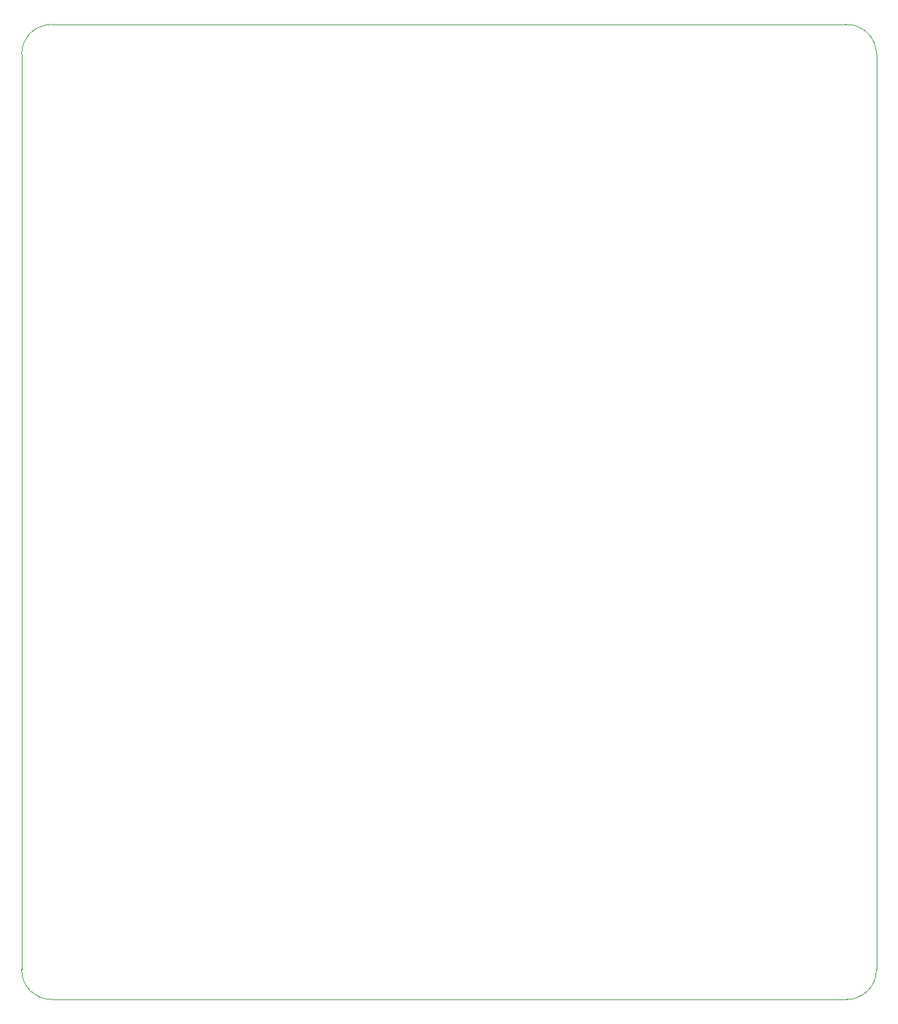
<source format=gbr>
%TF.GenerationSoftware,KiCad,Pcbnew,8.0.5*%
%TF.CreationDate,2024-10-06T18:47:07+02:00*%
%TF.ProjectId,ESC_MOTEUR_BRUSHLESS,4553435f-4d4f-4544-9555-525f42525553,rev?*%
%TF.SameCoordinates,Original*%
%TF.FileFunction,Profile,NP*%
%FSLAX46Y46*%
G04 Gerber Fmt 4.6, Leading zero omitted, Abs format (unit mm)*
G04 Created by KiCad (PCBNEW 8.0.5) date 2024-10-06 18:47:07*
%MOMM*%
%LPD*%
G01*
G04 APERTURE LIST*
%TA.AperFunction,Profile*%
%ADD10C,0.050000*%
%TD*%
G04 APERTURE END LIST*
D10*
X148586469Y-149863531D02*
X46990000Y-149860000D01*
X148422392Y-25400000D02*
G75*
G02*
X152399933Y-29210000I164108J-3809900D01*
G01*
X152400000Y-146050000D02*
G75*
G02*
X148586469Y-149863600I-3813600J0D01*
G01*
X43180000Y-146050000D02*
X43180000Y-29210000D01*
X46990000Y-149860000D02*
G75*
G02*
X43180000Y-146050000I0J3810000D01*
G01*
X43180000Y-29210000D02*
G75*
G02*
X46990000Y-25400000I3810000J0D01*
G01*
X46990000Y-25400000D02*
X148422392Y-25400000D01*
X152400000Y-29210000D02*
X152400000Y-146050000D01*
M02*

</source>
